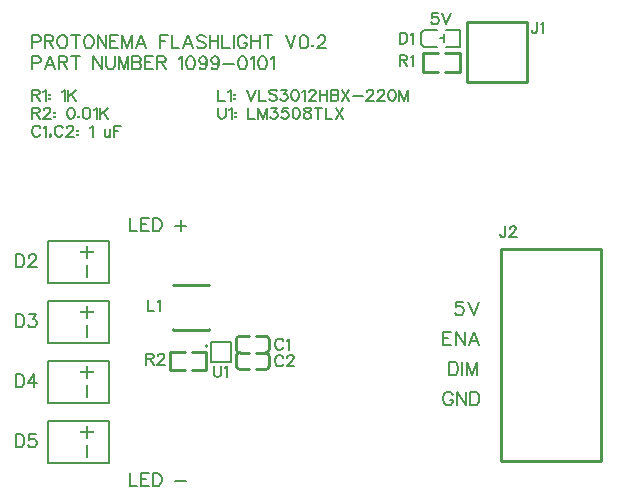
<source format=gto>
G04 Layer: TopSilkscreenLayer*
G04 Panelize: , Column: 2, Row: 2, Board Size: 58.42mm x 58.42mm, Panelized Board Size: 118.84mm x 118.84mm*
G04 EasyEDA v6.5.34, 2023-08-21 18:11:39*
G04 e033e4da8f4f40f2a2828097716e79b9,5a6b42c53f6a479593ecc07194224c93,10*
G04 Gerber Generator version 0.2*
G04 Scale: 100 percent, Rotated: No, Reflected: No *
G04 Dimensions in millimeters *
G04 leading zeros omitted , absolute positions ,4 integer and 5 decimal *
%FSLAX45Y45*%
%MOMM*%

%ADD10C,0.1524*%
%ADD11C,0.2540*%
%ADD12C,0.1500*%
%ADD13C,0.1270*%
%ADD14C,0.2000*%
%ADD15C,0.0181*%

%LPD*%
D10*
X2336800Y4990337D02*
G01*
X2336800Y4922265D01*
X2341372Y4908550D01*
X2350515Y4899405D01*
X2363977Y4894834D01*
X2373122Y4894834D01*
X2386838Y4899405D01*
X2395981Y4908550D01*
X2400554Y4922265D01*
X2400554Y4990337D01*
X2430525Y4972304D02*
G01*
X2439415Y4976876D01*
X2453131Y4990337D01*
X2453131Y4894834D01*
X2487675Y4949444D02*
G01*
X2483104Y4944871D01*
X2487675Y4940300D01*
X2492247Y4944871D01*
X2487675Y4949444D01*
X2487675Y4917694D02*
G01*
X2483104Y4913121D01*
X2487675Y4908550D01*
X2492247Y4913121D01*
X2487675Y4917694D01*
X2592324Y4990337D02*
G01*
X2592324Y4894834D01*
X2592324Y4894834D02*
G01*
X2646679Y4894834D01*
X2676906Y4990337D02*
G01*
X2676906Y4894834D01*
X2676906Y4990337D02*
G01*
X2713227Y4894834D01*
X2749550Y4990337D02*
G01*
X2713227Y4894834D01*
X2749550Y4990337D02*
G01*
X2749550Y4894834D01*
X2788665Y4990337D02*
G01*
X2838704Y4990337D01*
X2811272Y4954015D01*
X2824988Y4954015D01*
X2834131Y4949444D01*
X2838704Y4944871D01*
X2843275Y4931410D01*
X2843275Y4922265D01*
X2838704Y4908550D01*
X2829559Y4899405D01*
X2815843Y4894834D01*
X2802127Y4894834D01*
X2788665Y4899405D01*
X2784093Y4903978D01*
X2779522Y4913121D01*
X2927604Y4990337D02*
G01*
X2882138Y4990337D01*
X2877820Y4949444D01*
X2882138Y4954015D01*
X2895854Y4958587D01*
X2909570Y4958587D01*
X2923286Y4954015D01*
X2932175Y4944871D01*
X2936747Y4931410D01*
X2936747Y4922265D01*
X2932175Y4908550D01*
X2923286Y4899405D01*
X2909570Y4894834D01*
X2895854Y4894834D01*
X2882138Y4899405D01*
X2877820Y4903978D01*
X2873247Y4913121D01*
X2994152Y4990337D02*
G01*
X2980436Y4985765D01*
X2971291Y4972304D01*
X2966720Y4949444D01*
X2966720Y4935981D01*
X2971291Y4913121D01*
X2980436Y4899405D01*
X2994152Y4894834D01*
X3003041Y4894834D01*
X3016758Y4899405D01*
X3025902Y4913121D01*
X3030474Y4935981D01*
X3030474Y4949444D01*
X3025902Y4972304D01*
X3016758Y4985765D01*
X3003041Y4990337D01*
X2994152Y4990337D01*
X3083052Y4990337D02*
G01*
X3069590Y4985765D01*
X3065018Y4976876D01*
X3065018Y4967731D01*
X3069590Y4958587D01*
X3078734Y4954015D01*
X3096768Y4949444D01*
X3110484Y4944871D01*
X3119627Y4935981D01*
X3123945Y4926837D01*
X3123945Y4913121D01*
X3119627Y4903978D01*
X3115056Y4899405D01*
X3101340Y4894834D01*
X3083052Y4894834D01*
X3069590Y4899405D01*
X3065018Y4903978D01*
X3060445Y4913121D01*
X3060445Y4926837D01*
X3065018Y4935981D01*
X3074161Y4944871D01*
X3087624Y4949444D01*
X3105911Y4954015D01*
X3115056Y4958587D01*
X3119627Y4967731D01*
X3119627Y4976876D01*
X3115056Y4985765D01*
X3101340Y4990337D01*
X3083052Y4990337D01*
X3185922Y4990337D02*
G01*
X3185922Y4894834D01*
X3154172Y4990337D02*
G01*
X3217672Y4990337D01*
X3247643Y4990337D02*
G01*
X3247643Y4894834D01*
X3247643Y4894834D02*
G01*
X3302254Y4894834D01*
X3332225Y4990337D02*
G01*
X3395979Y4894834D01*
X3395979Y4990337D02*
G01*
X3332225Y4894834D01*
X2336800Y5142737D02*
G01*
X2336800Y5047234D01*
X2336800Y5047234D02*
G01*
X2391409Y5047234D01*
X2421381Y5124704D02*
G01*
X2430525Y5129276D01*
X2443988Y5142737D01*
X2443988Y5047234D01*
X2478531Y5101844D02*
G01*
X2473959Y5097271D01*
X2478531Y5092700D01*
X2483104Y5097271D01*
X2478531Y5101844D01*
X2478531Y5070094D02*
G01*
X2473959Y5065521D01*
X2478531Y5060950D01*
X2483104Y5065521D01*
X2478531Y5070094D01*
X2583179Y5142737D02*
G01*
X2619502Y5047234D01*
X2655824Y5142737D02*
G01*
X2619502Y5047234D01*
X2685795Y5142737D02*
G01*
X2685795Y5047234D01*
X2685795Y5047234D02*
G01*
X2740406Y5047234D01*
X2834131Y5129276D02*
G01*
X2824988Y5138165D01*
X2811272Y5142737D01*
X2793238Y5142737D01*
X2779522Y5138165D01*
X2770377Y5129276D01*
X2770377Y5120131D01*
X2774950Y5110987D01*
X2779522Y5106415D01*
X2788665Y5101844D01*
X2815843Y5092700D01*
X2824988Y5088381D01*
X2829559Y5083810D01*
X2834131Y5074665D01*
X2834131Y5060950D01*
X2824988Y5051805D01*
X2811272Y5047234D01*
X2793238Y5047234D01*
X2779522Y5051805D01*
X2770377Y5060950D01*
X2873247Y5142737D02*
G01*
X2923286Y5142737D01*
X2895854Y5106415D01*
X2909570Y5106415D01*
X2918713Y5101844D01*
X2923286Y5097271D01*
X2927604Y5083810D01*
X2927604Y5074665D01*
X2923286Y5060950D01*
X2914141Y5051805D01*
X2900425Y5047234D01*
X2886709Y5047234D01*
X2873247Y5051805D01*
X2868675Y5056378D01*
X2864104Y5065521D01*
X2985008Y5142737D02*
G01*
X2971291Y5138165D01*
X2962147Y5124704D01*
X2957829Y5101844D01*
X2957829Y5088381D01*
X2962147Y5065521D01*
X2971291Y5051805D01*
X2985008Y5047234D01*
X2994152Y5047234D01*
X3007613Y5051805D01*
X3016758Y5065521D01*
X3021329Y5088381D01*
X3021329Y5101844D01*
X3016758Y5124704D01*
X3007613Y5138165D01*
X2994152Y5142737D01*
X2985008Y5142737D01*
X3051302Y5124704D02*
G01*
X3060445Y5129276D01*
X3074161Y5142737D01*
X3074161Y5047234D01*
X3108706Y5120131D02*
G01*
X3108706Y5124704D01*
X3113277Y5133594D01*
X3117595Y5138165D01*
X3126740Y5142737D01*
X3145027Y5142737D01*
X3154172Y5138165D01*
X3158490Y5133594D01*
X3163061Y5124704D01*
X3163061Y5115560D01*
X3158490Y5106415D01*
X3149600Y5092700D01*
X3104134Y5047234D01*
X3167634Y5047234D01*
X3197606Y5142737D02*
G01*
X3197606Y5047234D01*
X3261359Y5142737D02*
G01*
X3261359Y5047234D01*
X3197606Y5097271D02*
G01*
X3261359Y5097271D01*
X3291331Y5142737D02*
G01*
X3291331Y5047234D01*
X3291331Y5142737D02*
G01*
X3332225Y5142737D01*
X3345941Y5138165D01*
X3350513Y5133594D01*
X3355086Y5124704D01*
X3355086Y5115560D01*
X3350513Y5106415D01*
X3345941Y5101844D01*
X3332225Y5097271D01*
X3291331Y5097271D02*
G01*
X3332225Y5097271D01*
X3345941Y5092700D01*
X3350513Y5088381D01*
X3355086Y5079237D01*
X3355086Y5065521D01*
X3350513Y5056378D01*
X3345941Y5051805D01*
X3332225Y5047234D01*
X3291331Y5047234D01*
X3385058Y5142737D02*
G01*
X3448558Y5047234D01*
X3448558Y5142737D02*
G01*
X3385058Y5047234D01*
X3478529Y5088381D02*
G01*
X3560318Y5088381D01*
X3594861Y5120131D02*
G01*
X3594861Y5124704D01*
X3599434Y5133594D01*
X3604006Y5138165D01*
X3613150Y5142737D01*
X3631438Y5142737D01*
X3640327Y5138165D01*
X3644900Y5133594D01*
X3649472Y5124704D01*
X3649472Y5115560D01*
X3644900Y5106415D01*
X3636009Y5092700D01*
X3590543Y5047234D01*
X3654043Y5047234D01*
X3688588Y5120131D02*
G01*
X3688588Y5124704D01*
X3693159Y5133594D01*
X3697731Y5138165D01*
X3706875Y5142737D01*
X3724909Y5142737D01*
X3734054Y5138165D01*
X3738625Y5133594D01*
X3743197Y5124704D01*
X3743197Y5115560D01*
X3738625Y5106415D01*
X3729481Y5092700D01*
X3684015Y5047234D01*
X3747770Y5047234D01*
X3804920Y5142737D02*
G01*
X3791458Y5138165D01*
X3782313Y5124704D01*
X3777741Y5101844D01*
X3777741Y5088381D01*
X3782313Y5065521D01*
X3791458Y5051805D01*
X3804920Y5047234D01*
X3814063Y5047234D01*
X3827779Y5051805D01*
X3836670Y5065521D01*
X3841241Y5088381D01*
X3841241Y5101844D01*
X3836670Y5124704D01*
X3827779Y5138165D01*
X3814063Y5142737D01*
X3804920Y5142737D01*
X3871468Y5142737D02*
G01*
X3871468Y5047234D01*
X3871468Y5142737D02*
G01*
X3907790Y5047234D01*
X3944111Y5142737D02*
G01*
X3907790Y5047234D01*
X3944111Y5142737D02*
G01*
X3944111Y5047234D01*
X830071Y4815331D02*
G01*
X825754Y4824476D01*
X816610Y4833365D01*
X807465Y4837937D01*
X789178Y4837937D01*
X780287Y4833365D01*
X771144Y4824476D01*
X766571Y4815331D01*
X762000Y4801615D01*
X762000Y4779010D01*
X766571Y4765294D01*
X771144Y4756150D01*
X780287Y4747005D01*
X789178Y4742434D01*
X807465Y4742434D01*
X816610Y4747005D01*
X825754Y4756150D01*
X830071Y4765294D01*
X860297Y4819904D02*
G01*
X869187Y4824476D01*
X882904Y4837937D01*
X882904Y4742434D01*
X922020Y4760721D02*
G01*
X917447Y4756150D01*
X912876Y4760721D01*
X917447Y4765294D01*
X922020Y4760721D01*
X922020Y4751578D01*
X912876Y4742434D01*
X1020063Y4815331D02*
G01*
X1015745Y4824476D01*
X1006602Y4833365D01*
X997457Y4837937D01*
X979170Y4837937D01*
X970279Y4833365D01*
X961136Y4824476D01*
X956563Y4815331D01*
X951992Y4801615D01*
X951992Y4779010D01*
X956563Y4765294D01*
X961136Y4756150D01*
X970279Y4747005D01*
X979170Y4742434D01*
X997457Y4742434D01*
X1006602Y4747005D01*
X1015745Y4756150D01*
X1020063Y4765294D01*
X1054607Y4815331D02*
G01*
X1054607Y4819904D01*
X1059179Y4828794D01*
X1063752Y4833365D01*
X1072895Y4837937D01*
X1091184Y4837937D01*
X1100073Y4833365D01*
X1104645Y4828794D01*
X1109218Y4819904D01*
X1109218Y4810760D01*
X1104645Y4801615D01*
X1095755Y4787900D01*
X1050289Y4742434D01*
X1113789Y4742434D01*
X1148334Y4797044D02*
G01*
X1143762Y4792471D01*
X1148334Y4787900D01*
X1152905Y4792471D01*
X1148334Y4797044D01*
X1148334Y4765294D02*
G01*
X1143762Y4760721D01*
X1148334Y4756150D01*
X1152905Y4760721D01*
X1148334Y4765294D01*
X1252981Y4819904D02*
G01*
X1262126Y4824476D01*
X1275587Y4837937D01*
X1275587Y4742434D01*
X1375663Y4806187D02*
G01*
X1375663Y4760721D01*
X1380236Y4747005D01*
X1389379Y4742434D01*
X1402842Y4742434D01*
X1411986Y4747005D01*
X1425702Y4760721D01*
X1425702Y4806187D02*
G01*
X1425702Y4742434D01*
X1455673Y4837937D02*
G01*
X1455673Y4742434D01*
X1455673Y4837937D02*
G01*
X1514602Y4837937D01*
X1455673Y4792471D02*
G01*
X1491995Y4792471D01*
X762000Y4990337D02*
G01*
X762000Y4894834D01*
X762000Y4990337D02*
G01*
X802894Y4990337D01*
X816610Y4985765D01*
X821181Y4981194D01*
X825754Y4972304D01*
X825754Y4963160D01*
X821181Y4954015D01*
X816610Y4949444D01*
X802894Y4944871D01*
X762000Y4944871D01*
X793750Y4944871D02*
G01*
X825754Y4894834D01*
X860297Y4967731D02*
G01*
X860297Y4972304D01*
X864615Y4981194D01*
X869187Y4985765D01*
X878331Y4990337D01*
X896620Y4990337D01*
X905510Y4985765D01*
X910081Y4981194D01*
X914654Y4972304D01*
X914654Y4963160D01*
X910081Y4954015D01*
X901192Y4940300D01*
X855726Y4894834D01*
X919226Y4894834D01*
X953770Y4949444D02*
G01*
X949197Y4944871D01*
X953770Y4940300D01*
X958342Y4944871D01*
X953770Y4949444D01*
X953770Y4917694D02*
G01*
X949197Y4913121D01*
X953770Y4908550D01*
X958342Y4913121D01*
X953770Y4917694D01*
X1085595Y4990337D02*
G01*
X1071879Y4985765D01*
X1062989Y4972304D01*
X1058418Y4949444D01*
X1058418Y4935981D01*
X1062989Y4913121D01*
X1071879Y4899405D01*
X1085595Y4894834D01*
X1094739Y4894834D01*
X1108455Y4899405D01*
X1117345Y4913121D01*
X1121918Y4935981D01*
X1121918Y4949444D01*
X1117345Y4972304D01*
X1108455Y4985765D01*
X1094739Y4990337D01*
X1085595Y4990337D01*
X1156462Y4917694D02*
G01*
X1151889Y4913121D01*
X1156462Y4908550D01*
X1161034Y4913121D01*
X1156462Y4917694D01*
X1218437Y4990337D02*
G01*
X1204721Y4985765D01*
X1195578Y4972304D01*
X1191005Y4949444D01*
X1191005Y4935981D01*
X1195578Y4913121D01*
X1204721Y4899405D01*
X1218437Y4894834D01*
X1227328Y4894834D01*
X1241044Y4899405D01*
X1250187Y4913121D01*
X1254760Y4935981D01*
X1254760Y4949444D01*
X1250187Y4972304D01*
X1241044Y4985765D01*
X1227328Y4990337D01*
X1218437Y4990337D01*
X1284731Y4972304D02*
G01*
X1293876Y4976876D01*
X1307337Y4990337D01*
X1307337Y4894834D01*
X1337563Y4990337D02*
G01*
X1337563Y4894834D01*
X1401063Y4990337D02*
G01*
X1337563Y4926837D01*
X1360170Y4949444D02*
G01*
X1401063Y4894834D01*
X762000Y5142737D02*
G01*
X762000Y5047234D01*
X762000Y5142737D02*
G01*
X802894Y5142737D01*
X816610Y5138165D01*
X821181Y5133594D01*
X825754Y5124704D01*
X825754Y5115560D01*
X821181Y5106415D01*
X816610Y5101844D01*
X802894Y5097271D01*
X762000Y5097271D01*
X793750Y5097271D02*
G01*
X825754Y5047234D01*
X855726Y5124704D02*
G01*
X864615Y5129276D01*
X878331Y5142737D01*
X878331Y5047234D01*
X912876Y5101844D02*
G01*
X908304Y5097271D01*
X912876Y5092700D01*
X917447Y5097271D01*
X912876Y5101844D01*
X912876Y5070094D02*
G01*
X908304Y5065521D01*
X912876Y5060950D01*
X917447Y5065521D01*
X912876Y5070094D01*
X1017523Y5124704D02*
G01*
X1026668Y5129276D01*
X1040129Y5142737D01*
X1040129Y5047234D01*
X1070102Y5142737D02*
G01*
X1070102Y5047234D01*
X1133855Y5142737D02*
G01*
X1070102Y5079237D01*
X1092962Y5101844D02*
G01*
X1133855Y5047234D01*
X4292592Y2838952D02*
G01*
X4292592Y2724398D01*
X4292592Y2838952D02*
G01*
X4330692Y2838952D01*
X4347202Y2833364D01*
X4358124Y2822442D01*
X4363458Y2811520D01*
X4369046Y2795264D01*
X4369046Y2768086D01*
X4363458Y2751576D01*
X4358124Y2740654D01*
X4347202Y2729732D01*
X4330692Y2724398D01*
X4292592Y2724398D01*
X4404860Y2838952D02*
G01*
X4404860Y2724398D01*
X4440928Y2838952D02*
G01*
X4440928Y2724398D01*
X4440928Y2838952D02*
G01*
X4484616Y2724398D01*
X4528304Y2838952D02*
G01*
X4484616Y2724398D01*
X4528304Y2838952D02*
G01*
X4528304Y2724398D01*
X4241800Y3092957D02*
G01*
X4241800Y2978404D01*
X4241800Y3092957D02*
G01*
X4312665Y3092957D01*
X4241800Y3038347D02*
G01*
X4285488Y3038347D01*
X4241800Y2978404D02*
G01*
X4312665Y2978404D01*
X4348734Y3092957D02*
G01*
X4348734Y2978404D01*
X4348734Y3092957D02*
G01*
X4425188Y2978404D01*
X4425188Y3092957D02*
G01*
X4425188Y2978404D01*
X4504690Y3092957D02*
G01*
X4461002Y2978404D01*
X4504690Y3092957D02*
G01*
X4548377Y2978404D01*
X4477511Y3016504D02*
G01*
X4531868Y3016504D01*
X4323580Y2557520D02*
G01*
X4318246Y2568442D01*
X4307324Y2579364D01*
X4296402Y2584952D01*
X4274558Y2584952D01*
X4263636Y2579364D01*
X4252714Y2568442D01*
X4247126Y2557520D01*
X4241792Y2541264D01*
X4241792Y2514086D01*
X4247126Y2497576D01*
X4252714Y2486654D01*
X4263636Y2475732D01*
X4274558Y2470398D01*
X4296402Y2470398D01*
X4307324Y2475732D01*
X4318246Y2486654D01*
X4323580Y2497576D01*
X4323580Y2514086D01*
X4296402Y2514086D02*
G01*
X4323580Y2514086D01*
X4359648Y2584952D02*
G01*
X4359648Y2470398D01*
X4359648Y2584952D02*
G01*
X4435848Y2470398D01*
X4435848Y2584952D02*
G01*
X4435848Y2470398D01*
X4471916Y2584952D02*
G01*
X4471916Y2470398D01*
X4471916Y2584952D02*
G01*
X4510270Y2584952D01*
X4526526Y2579364D01*
X4537448Y2568442D01*
X4542782Y2557520D01*
X4548370Y2541264D01*
X4548370Y2514086D01*
X4542782Y2497576D01*
X4537448Y2486654D01*
X4526526Y2475732D01*
X4510270Y2470398D01*
X4471916Y2470398D01*
X4408924Y3346950D02*
G01*
X4354314Y3346950D01*
X4348726Y3297674D01*
X4354314Y3303262D01*
X4370570Y3308596D01*
X4387080Y3308596D01*
X4403336Y3303262D01*
X4414258Y3292340D01*
X4419846Y3276084D01*
X4419846Y3265162D01*
X4414258Y3248652D01*
X4403336Y3237730D01*
X4387080Y3232396D01*
X4370570Y3232396D01*
X4354314Y3237730D01*
X4348726Y3243318D01*
X4343392Y3254240D01*
X4455660Y3346950D02*
G01*
X4499348Y3232396D01*
X4543036Y3346950D02*
G01*
X4499348Y3232396D01*
X4769865Y3987037D02*
G01*
X4769865Y3914394D01*
X4765293Y3900678D01*
X4760722Y3896105D01*
X4751577Y3891534D01*
X4742688Y3891534D01*
X4733543Y3896105D01*
X4728972Y3900678D01*
X4724400Y3914394D01*
X4724400Y3923537D01*
X4804409Y3964431D02*
G01*
X4804409Y3969004D01*
X4808981Y3977894D01*
X4813554Y3982465D01*
X4822697Y3987037D01*
X4840731Y3987037D01*
X4849875Y3982465D01*
X4854447Y3977894D01*
X4859020Y3969004D01*
X4859020Y3959860D01*
X4854447Y3950715D01*
X4845304Y3937000D01*
X4799838Y3891534D01*
X4863591Y3891534D01*
X4194797Y5790427D02*
G01*
X4149331Y5790427D01*
X4144759Y5749533D01*
X4149331Y5754105D01*
X4162793Y5758677D01*
X4176509Y5758677D01*
X4190225Y5754105D01*
X4199369Y5744961D01*
X4203941Y5731499D01*
X4203941Y5722355D01*
X4199369Y5708639D01*
X4190225Y5699495D01*
X4176509Y5694923D01*
X4162793Y5694923D01*
X4149331Y5699495D01*
X4144759Y5704067D01*
X4140187Y5713211D01*
X4233913Y5790427D02*
G01*
X4270235Y5694923D01*
X4306557Y5790427D02*
G01*
X4270235Y5694923D01*
X5036565Y5714237D02*
G01*
X5036565Y5641594D01*
X5031993Y5627878D01*
X5027422Y5623305D01*
X5018277Y5618734D01*
X5009388Y5618734D01*
X5000243Y5623305D01*
X4995672Y5627878D01*
X4991100Y5641594D01*
X4991100Y5650737D01*
X5066538Y5696204D02*
G01*
X5075681Y5700776D01*
X5089397Y5714237D01*
X5089397Y5618734D01*
X762000Y5601715D02*
G01*
X762000Y5492750D01*
X762000Y5601715D02*
G01*
X808736Y5601715D01*
X824229Y5596636D01*
X829563Y5591302D01*
X834644Y5580887D01*
X834644Y5565394D01*
X829563Y5554979D01*
X824229Y5549900D01*
X808736Y5544565D01*
X762000Y5544565D01*
X868934Y5601715D02*
G01*
X868934Y5492750D01*
X868934Y5601715D02*
G01*
X915670Y5601715D01*
X931418Y5596636D01*
X936497Y5591302D01*
X941831Y5580887D01*
X941831Y5570473D01*
X936497Y5560060D01*
X931418Y5554979D01*
X915670Y5549900D01*
X868934Y5549900D01*
X905510Y5549900D02*
G01*
X941831Y5492750D01*
X1007110Y5601715D02*
G01*
X996950Y5596636D01*
X986536Y5586221D01*
X981202Y5575807D01*
X976121Y5560060D01*
X976121Y5534152D01*
X981202Y5518657D01*
X986536Y5508244D01*
X996950Y5497829D01*
X1007110Y5492750D01*
X1027937Y5492750D01*
X1038352Y5497829D01*
X1048765Y5508244D01*
X1054100Y5518657D01*
X1059179Y5534152D01*
X1059179Y5560060D01*
X1054100Y5575807D01*
X1048765Y5586221D01*
X1038352Y5596636D01*
X1027937Y5601715D01*
X1007110Y5601715D01*
X1129792Y5601715D02*
G01*
X1129792Y5492750D01*
X1093470Y5601715D02*
G01*
X1166113Y5601715D01*
X1231645Y5601715D02*
G01*
X1221231Y5596636D01*
X1210818Y5586221D01*
X1205737Y5575807D01*
X1200404Y5560060D01*
X1200404Y5534152D01*
X1205737Y5518657D01*
X1210818Y5508244D01*
X1221231Y5497829D01*
X1231645Y5492750D01*
X1252473Y5492750D01*
X1262887Y5497829D01*
X1273302Y5508244D01*
X1278381Y5518657D01*
X1283715Y5534152D01*
X1283715Y5560060D01*
X1278381Y5575807D01*
X1273302Y5586221D01*
X1262887Y5596636D01*
X1252473Y5601715D01*
X1231645Y5601715D01*
X1318005Y5601715D02*
G01*
X1318005Y5492750D01*
X1318005Y5601715D02*
G01*
X1390650Y5492750D01*
X1390650Y5601715D02*
G01*
X1390650Y5492750D01*
X1424939Y5601715D02*
G01*
X1424939Y5492750D01*
X1424939Y5601715D02*
G01*
X1492504Y5601715D01*
X1424939Y5549900D02*
G01*
X1466595Y5549900D01*
X1424939Y5492750D02*
G01*
X1492504Y5492750D01*
X1526794Y5601715D02*
G01*
X1526794Y5492750D01*
X1526794Y5601715D02*
G01*
X1568450Y5492750D01*
X1609852Y5601715D02*
G01*
X1568450Y5492750D01*
X1609852Y5601715D02*
G01*
X1609852Y5492750D01*
X1685797Y5601715D02*
G01*
X1644142Y5492750D01*
X1685797Y5601715D02*
G01*
X1727200Y5492750D01*
X1659889Y5529071D02*
G01*
X1711705Y5529071D01*
X1841500Y5601715D02*
G01*
X1841500Y5492750D01*
X1841500Y5601715D02*
G01*
X1909063Y5601715D01*
X1841500Y5549900D02*
G01*
X1883155Y5549900D01*
X1943354Y5601715D02*
G01*
X1943354Y5492750D01*
X1943354Y5492750D02*
G01*
X2005838Y5492750D01*
X2081529Y5601715D02*
G01*
X2040127Y5492750D01*
X2081529Y5601715D02*
G01*
X2123186Y5492750D01*
X2055622Y5529071D02*
G01*
X2107691Y5529071D01*
X2230120Y5586221D02*
G01*
X2219959Y5596636D01*
X2204211Y5601715D01*
X2183384Y5601715D01*
X2167890Y5596636D01*
X2157475Y5586221D01*
X2157475Y5575807D01*
X2162809Y5565394D01*
X2167890Y5560060D01*
X2178304Y5554979D01*
X2209545Y5544565D01*
X2219959Y5539486D01*
X2225040Y5534152D01*
X2230120Y5523737D01*
X2230120Y5508244D01*
X2219959Y5497829D01*
X2204211Y5492750D01*
X2183384Y5492750D01*
X2167890Y5497829D01*
X2157475Y5508244D01*
X2264409Y5601715D02*
G01*
X2264409Y5492750D01*
X2337308Y5601715D02*
G01*
X2337308Y5492750D01*
X2264409Y5549900D02*
G01*
X2337308Y5549900D01*
X2371597Y5601715D02*
G01*
X2371597Y5492750D01*
X2371597Y5492750D02*
G01*
X2433827Y5492750D01*
X2468118Y5601715D02*
G01*
X2468118Y5492750D01*
X2580386Y5575807D02*
G01*
X2575306Y5586221D01*
X2564891Y5596636D01*
X2554477Y5601715D01*
X2533650Y5601715D01*
X2523236Y5596636D01*
X2512822Y5586221D01*
X2507741Y5575807D01*
X2502408Y5560060D01*
X2502408Y5534152D01*
X2507741Y5518657D01*
X2512822Y5508244D01*
X2523236Y5497829D01*
X2533650Y5492750D01*
X2554477Y5492750D01*
X2564891Y5497829D01*
X2575306Y5508244D01*
X2580386Y5518657D01*
X2580386Y5534152D01*
X2554477Y5534152D02*
G01*
X2580386Y5534152D01*
X2614675Y5601715D02*
G01*
X2614675Y5492750D01*
X2687320Y5601715D02*
G01*
X2687320Y5492750D01*
X2614675Y5549900D02*
G01*
X2687320Y5549900D01*
X2758186Y5601715D02*
G01*
X2758186Y5492750D01*
X2721609Y5601715D02*
G01*
X2794508Y5601715D01*
X2908808Y5601715D02*
G01*
X2950209Y5492750D01*
X2991865Y5601715D02*
G01*
X2950209Y5492750D01*
X3057397Y5601715D02*
G01*
X3041650Y5596636D01*
X3031490Y5580887D01*
X3026156Y5554979D01*
X3026156Y5539486D01*
X3031490Y5513323D01*
X3041650Y5497829D01*
X3057397Y5492750D01*
X3067811Y5492750D01*
X3083306Y5497829D01*
X3093720Y5513323D01*
X3098800Y5539486D01*
X3098800Y5554979D01*
X3093720Y5580887D01*
X3083306Y5596636D01*
X3067811Y5601715D01*
X3057397Y5601715D01*
X3138424Y5518657D02*
G01*
X3133090Y5513323D01*
X3138424Y5508244D01*
X3143504Y5513323D01*
X3138424Y5518657D01*
X3183127Y5575807D02*
G01*
X3183127Y5580887D01*
X3188208Y5591302D01*
X3193541Y5596636D01*
X3203956Y5601715D01*
X3224529Y5601715D01*
X3234943Y5596636D01*
X3240277Y5591302D01*
X3245358Y5580887D01*
X3245358Y5570473D01*
X3240277Y5560060D01*
X3229863Y5544565D01*
X3177793Y5492750D01*
X3250691Y5492750D01*
X762000Y5423915D02*
G01*
X762000Y5314950D01*
X762000Y5423915D02*
G01*
X808736Y5423915D01*
X824229Y5418836D01*
X829563Y5413502D01*
X834644Y5403087D01*
X834644Y5387594D01*
X829563Y5377179D01*
X824229Y5372100D01*
X808736Y5366765D01*
X762000Y5366765D01*
X910589Y5423915D02*
G01*
X868934Y5314950D01*
X910589Y5423915D02*
G01*
X952245Y5314950D01*
X884681Y5351271D02*
G01*
X936497Y5351271D01*
X986536Y5423915D02*
G01*
X986536Y5314950D01*
X986536Y5423915D02*
G01*
X1033271Y5423915D01*
X1048765Y5418836D01*
X1054100Y5413502D01*
X1059179Y5403087D01*
X1059179Y5392673D01*
X1054100Y5382260D01*
X1048765Y5377179D01*
X1033271Y5372100D01*
X986536Y5372100D01*
X1022857Y5372100D02*
G01*
X1059179Y5314950D01*
X1129792Y5423915D02*
G01*
X1129792Y5314950D01*
X1093470Y5423915D02*
G01*
X1166113Y5423915D01*
X1280413Y5423915D02*
G01*
X1280413Y5314950D01*
X1280413Y5423915D02*
G01*
X1353312Y5314950D01*
X1353312Y5423915D02*
G01*
X1353312Y5314950D01*
X1387602Y5423915D02*
G01*
X1387602Y5345937D01*
X1392681Y5330444D01*
X1403095Y5320029D01*
X1418589Y5314950D01*
X1429004Y5314950D01*
X1444752Y5320029D01*
X1455165Y5330444D01*
X1460245Y5345937D01*
X1460245Y5423915D01*
X1494536Y5423915D02*
G01*
X1494536Y5314950D01*
X1494536Y5423915D02*
G01*
X1536192Y5314950D01*
X1577594Y5423915D02*
G01*
X1536192Y5314950D01*
X1577594Y5423915D02*
G01*
X1577594Y5314950D01*
X1611884Y5423915D02*
G01*
X1611884Y5314950D01*
X1611884Y5423915D02*
G01*
X1658620Y5423915D01*
X1674368Y5418836D01*
X1679447Y5413502D01*
X1684781Y5403087D01*
X1684781Y5392673D01*
X1679447Y5382260D01*
X1674368Y5377179D01*
X1658620Y5372100D01*
X1611884Y5372100D02*
G01*
X1658620Y5372100D01*
X1674368Y5366765D01*
X1679447Y5361686D01*
X1684781Y5351271D01*
X1684781Y5335523D01*
X1679447Y5325110D01*
X1674368Y5320029D01*
X1658620Y5314950D01*
X1611884Y5314950D01*
X1719071Y5423915D02*
G01*
X1719071Y5314950D01*
X1719071Y5423915D02*
G01*
X1786636Y5423915D01*
X1719071Y5372100D02*
G01*
X1760473Y5372100D01*
X1719071Y5314950D02*
G01*
X1786636Y5314950D01*
X1820926Y5423915D02*
G01*
X1820926Y5314950D01*
X1820926Y5423915D02*
G01*
X1867662Y5423915D01*
X1883155Y5418836D01*
X1888489Y5413502D01*
X1893570Y5403087D01*
X1893570Y5392673D01*
X1888489Y5382260D01*
X1883155Y5377179D01*
X1867662Y5372100D01*
X1820926Y5372100D01*
X1857247Y5372100D02*
G01*
X1893570Y5314950D01*
X2007870Y5403087D02*
G01*
X2018284Y5408421D01*
X2033777Y5423915D01*
X2033777Y5314950D01*
X2099309Y5423915D02*
G01*
X2083815Y5418836D01*
X2073402Y5403087D01*
X2068068Y5377179D01*
X2068068Y5361686D01*
X2073402Y5335523D01*
X2083815Y5320029D01*
X2099309Y5314950D01*
X2109724Y5314950D01*
X2125218Y5320029D01*
X2135631Y5335523D01*
X2140965Y5361686D01*
X2140965Y5377179D01*
X2135631Y5403087D01*
X2125218Y5418836D01*
X2109724Y5423915D01*
X2099309Y5423915D01*
X2242820Y5387594D02*
G01*
X2237486Y5372100D01*
X2227072Y5361686D01*
X2211577Y5356352D01*
X2206243Y5356352D01*
X2190750Y5361686D01*
X2180336Y5372100D01*
X2175256Y5387594D01*
X2175256Y5392673D01*
X2180336Y5408421D01*
X2190750Y5418836D01*
X2206243Y5423915D01*
X2211577Y5423915D01*
X2227072Y5418836D01*
X2237486Y5408421D01*
X2242820Y5387594D01*
X2242820Y5361686D01*
X2237486Y5335523D01*
X2227072Y5320029D01*
X2211577Y5314950D01*
X2201163Y5314950D01*
X2185670Y5320029D01*
X2180336Y5330444D01*
X2344420Y5387594D02*
G01*
X2339340Y5372100D01*
X2328925Y5361686D01*
X2313431Y5356352D01*
X2308097Y5356352D01*
X2292604Y5361686D01*
X2282190Y5372100D01*
X2277109Y5387594D01*
X2277109Y5392673D01*
X2282190Y5408421D01*
X2292604Y5418836D01*
X2308097Y5423915D01*
X2313431Y5423915D01*
X2328925Y5418836D01*
X2339340Y5408421D01*
X2344420Y5387594D01*
X2344420Y5361686D01*
X2339340Y5335523D01*
X2328925Y5320029D01*
X2313431Y5314950D01*
X2303018Y5314950D01*
X2287270Y5320029D01*
X2282190Y5330444D01*
X2378709Y5361686D02*
G01*
X2472436Y5361686D01*
X2537713Y5423915D02*
G01*
X2522220Y5418836D01*
X2511806Y5403087D01*
X2506725Y5377179D01*
X2506725Y5361686D01*
X2511806Y5335523D01*
X2522220Y5320029D01*
X2537713Y5314950D01*
X2548127Y5314950D01*
X2563875Y5320029D01*
X2574290Y5335523D01*
X2579370Y5361686D01*
X2579370Y5377179D01*
X2574290Y5403087D01*
X2563875Y5418836D01*
X2548127Y5423915D01*
X2537713Y5423915D01*
X2613659Y5403087D02*
G01*
X2624074Y5408421D01*
X2639568Y5423915D01*
X2639568Y5314950D01*
X2705100Y5423915D02*
G01*
X2689606Y5418836D01*
X2679191Y5403087D01*
X2673858Y5377179D01*
X2673858Y5361686D01*
X2679191Y5335523D01*
X2689606Y5320029D01*
X2705100Y5314950D01*
X2715513Y5314950D01*
X2731008Y5320029D01*
X2741422Y5335523D01*
X2746756Y5361686D01*
X2746756Y5377179D01*
X2741422Y5403087D01*
X2731008Y5418836D01*
X2715513Y5423915D01*
X2705100Y5423915D01*
X2781045Y5403087D02*
G01*
X2791459Y5408421D01*
X2806954Y5423915D01*
X2806954Y5314950D01*
X1587500Y4052315D02*
G01*
X1587500Y3943350D01*
X1587500Y3943350D02*
G01*
X1649729Y3943350D01*
X1684020Y4052315D02*
G01*
X1684020Y3943350D01*
X1684020Y4052315D02*
G01*
X1751584Y4052315D01*
X1684020Y4000500D02*
G01*
X1725676Y4000500D01*
X1684020Y3943350D02*
G01*
X1751584Y3943350D01*
X1785873Y4052315D02*
G01*
X1785873Y3943350D01*
X1785873Y4052315D02*
G01*
X1822450Y4052315D01*
X1837944Y4047236D01*
X1848357Y4036821D01*
X1853437Y4026407D01*
X1858771Y4010660D01*
X1858771Y3984752D01*
X1853437Y3969257D01*
X1848357Y3958844D01*
X1837944Y3948429D01*
X1822450Y3943350D01*
X1785873Y3943350D01*
X2019808Y4036821D02*
G01*
X2019808Y3943350D01*
X1973072Y3990086D02*
G01*
X2066543Y3990086D01*
X1587500Y1893315D02*
G01*
X1587500Y1784350D01*
X1587500Y1784350D02*
G01*
X1649729Y1784350D01*
X1684020Y1893315D02*
G01*
X1684020Y1784350D01*
X1684020Y1893315D02*
G01*
X1751584Y1893315D01*
X1684020Y1841500D02*
G01*
X1725676Y1841500D01*
X1684020Y1784350D02*
G01*
X1751584Y1784350D01*
X1785873Y1893315D02*
G01*
X1785873Y1784350D01*
X1785873Y1893315D02*
G01*
X1822450Y1893315D01*
X1837944Y1888236D01*
X1848357Y1877821D01*
X1853437Y1867407D01*
X1858771Y1851660D01*
X1858771Y1825752D01*
X1853437Y1810257D01*
X1848357Y1799844D01*
X1837944Y1789429D01*
X1822450Y1784350D01*
X1785873Y1784350D01*
X1973072Y1831086D02*
G01*
X2066543Y1831086D01*
X3873500Y5434837D02*
G01*
X3873500Y5339334D01*
X3873500Y5434837D02*
G01*
X3914393Y5434837D01*
X3928109Y5430265D01*
X3932681Y5425694D01*
X3937254Y5416804D01*
X3937254Y5407660D01*
X3932681Y5398515D01*
X3928109Y5393944D01*
X3914393Y5389371D01*
X3873500Y5389371D01*
X3905250Y5389371D02*
G01*
X3937254Y5339334D01*
X3967225Y5416804D02*
G01*
X3976115Y5421376D01*
X3989831Y5434837D01*
X3989831Y5339334D01*
X3873500Y5625337D02*
G01*
X3873500Y5529834D01*
X3873500Y5625337D02*
G01*
X3905250Y5625337D01*
X3918965Y5620765D01*
X3928109Y5611876D01*
X3932681Y5602731D01*
X3937254Y5589015D01*
X3937254Y5566410D01*
X3932681Y5552694D01*
X3928109Y5543550D01*
X3918965Y5534405D01*
X3905250Y5529834D01*
X3873500Y5529834D01*
X3967225Y5607304D02*
G01*
X3976115Y5611876D01*
X3989831Y5625337D01*
X3989831Y5529834D01*
X1727202Y2907540D02*
G01*
X1727202Y2812036D01*
X1727202Y2907540D02*
G01*
X1768099Y2907540D01*
X1781815Y2902968D01*
X1786384Y2898396D01*
X1790959Y2889506D01*
X1790959Y2880362D01*
X1786384Y2871218D01*
X1781815Y2866646D01*
X1768099Y2862074D01*
X1727202Y2862074D01*
X1758952Y2862074D02*
G01*
X1790959Y2812036D01*
X1825500Y2884934D02*
G01*
X1825500Y2889506D01*
X1829818Y2898396D01*
X1834393Y2902968D01*
X1843534Y2907540D01*
X1861825Y2907540D01*
X1870715Y2902968D01*
X1875284Y2898396D01*
X1879859Y2889506D01*
X1879859Y2880362D01*
X1875284Y2871218D01*
X1866394Y2857502D01*
X1820931Y2812036D01*
X1884431Y2812036D01*
X2887472Y3011934D02*
G01*
X2883154Y3021078D01*
X2874009Y3029968D01*
X2864865Y3034540D01*
X2846577Y3034540D01*
X2837688Y3029968D01*
X2828543Y3021078D01*
X2823972Y3011934D01*
X2819400Y2998218D01*
X2819400Y2975612D01*
X2823972Y2961896D01*
X2828543Y2952752D01*
X2837688Y2943608D01*
X2846577Y2939036D01*
X2864865Y2939036D01*
X2874009Y2943608D01*
X2883154Y2952752D01*
X2887472Y2961896D01*
X2917697Y3016506D02*
G01*
X2926588Y3021078D01*
X2940304Y3034540D01*
X2940304Y2939036D01*
X2887459Y2872219D02*
G01*
X2883141Y2881363D01*
X2873997Y2890253D01*
X2864853Y2894825D01*
X2846565Y2894825D01*
X2837675Y2890253D01*
X2828531Y2881363D01*
X2823959Y2872219D01*
X2819387Y2858503D01*
X2819387Y2835897D01*
X2823959Y2822181D01*
X2828531Y2813037D01*
X2837675Y2803893D01*
X2846565Y2799321D01*
X2864853Y2799321D01*
X2873997Y2803893D01*
X2883141Y2813037D01*
X2887459Y2822181D01*
X2922003Y2872219D02*
G01*
X2922003Y2876791D01*
X2926575Y2885681D01*
X2931147Y2890253D01*
X2940291Y2894825D01*
X2958579Y2894825D01*
X2967469Y2890253D01*
X2972041Y2885681D01*
X2976613Y2876791D01*
X2976613Y2867647D01*
X2972041Y2858503D01*
X2962897Y2844787D01*
X2917685Y2799321D01*
X2981185Y2799321D01*
X622320Y2222718D02*
G01*
X622320Y2113752D01*
X622320Y2222718D02*
G01*
X658642Y2222718D01*
X674390Y2217638D01*
X684550Y2207224D01*
X689884Y2196810D01*
X694964Y2181062D01*
X694964Y2155154D01*
X689884Y2139660D01*
X684550Y2129246D01*
X674390Y2118832D01*
X658642Y2113752D01*
X622320Y2113752D01*
X791738Y2222718D02*
G01*
X739668Y2222718D01*
X734588Y2175982D01*
X739668Y2181062D01*
X755416Y2186396D01*
X770910Y2186396D01*
X786404Y2181062D01*
X796818Y2170902D01*
X802152Y2155154D01*
X802152Y2144740D01*
X796818Y2129246D01*
X786404Y2118832D01*
X770910Y2113752D01*
X755416Y2113752D01*
X739668Y2118832D01*
X734588Y2123912D01*
X729254Y2134326D01*
X622322Y2730715D02*
G01*
X622322Y2621749D01*
X622322Y2730715D02*
G01*
X658644Y2730715D01*
X674138Y2725635D01*
X684552Y2715221D01*
X689886Y2704807D01*
X694966Y2689059D01*
X694966Y2663151D01*
X689886Y2647657D01*
X684552Y2637243D01*
X674138Y2626829D01*
X658644Y2621749D01*
X622322Y2621749D01*
X781326Y2730715D02*
G01*
X729256Y2658071D01*
X807234Y2658071D01*
X781326Y2730715D02*
G01*
X781326Y2621749D01*
X622320Y3238718D02*
G01*
X622320Y3129752D01*
X622320Y3238718D02*
G01*
X658642Y3238718D01*
X674390Y3233638D01*
X684550Y3223224D01*
X689884Y3212810D01*
X694964Y3197062D01*
X694964Y3171154D01*
X689884Y3155660D01*
X684550Y3145246D01*
X674390Y3134832D01*
X658642Y3129752D01*
X622320Y3129752D01*
X739668Y3238718D02*
G01*
X796818Y3238718D01*
X765830Y3197062D01*
X781324Y3197062D01*
X791738Y3191982D01*
X796818Y3186902D01*
X802152Y3171154D01*
X802152Y3160740D01*
X796818Y3145246D01*
X786404Y3134832D01*
X770910Y3129752D01*
X755416Y3129752D01*
X739668Y3134832D01*
X734588Y3139912D01*
X729254Y3150326D01*
X2298712Y2805925D02*
G01*
X2298712Y2737853D01*
X2303284Y2724137D01*
X2312428Y2714993D01*
X2325890Y2710675D01*
X2335034Y2710675D01*
X2348750Y2714993D01*
X2357894Y2724137D01*
X2362212Y2737853D01*
X2362212Y2805925D01*
X2392438Y2787891D02*
G01*
X2401328Y2792463D01*
X2415044Y2805925D01*
X2415044Y2710675D01*
X622322Y3746713D02*
G01*
X622322Y3637747D01*
X622322Y3746713D02*
G01*
X658644Y3746713D01*
X674138Y3741633D01*
X684552Y3731219D01*
X689886Y3720805D01*
X694966Y3705057D01*
X694966Y3679149D01*
X689886Y3663655D01*
X684552Y3653241D01*
X674138Y3642827D01*
X658644Y3637747D01*
X622322Y3637747D01*
X734590Y3720805D02*
G01*
X734590Y3725885D01*
X739670Y3736299D01*
X745004Y3741633D01*
X755418Y3746713D01*
X775992Y3746713D01*
X786406Y3741633D01*
X791740Y3736299D01*
X796820Y3725885D01*
X796820Y3715471D01*
X791740Y3705057D01*
X781326Y3689563D01*
X729256Y3637747D01*
X802154Y3637747D01*
X1740903Y3363178D02*
G01*
X1740903Y3267674D01*
X1740903Y3267674D02*
G01*
X1795513Y3267674D01*
X1825485Y3345144D02*
G01*
X1834629Y3349462D01*
X1848091Y3363178D01*
X1848091Y3267674D01*
G36*
X1219200Y2130399D02*
G01*
X1219200Y2019300D01*
X1231900Y2019300D01*
X1231900Y2130399D01*
G37*
G36*
X1219200Y2295499D02*
G01*
X1219200Y2184400D01*
X1231900Y2184400D01*
X1231900Y2295499D01*
G37*
G36*
X1171549Y2247900D02*
G01*
X1171549Y2235200D01*
X1282700Y2235200D01*
X1282700Y2247900D01*
G37*
G36*
X1219200Y2638399D02*
G01*
X1219200Y2527300D01*
X1231900Y2527300D01*
X1231900Y2638399D01*
G37*
G36*
X1219200Y2803499D02*
G01*
X1219200Y2692400D01*
X1231900Y2692400D01*
X1231900Y2803499D01*
G37*
G36*
X1171549Y2755900D02*
G01*
X1171549Y2743200D01*
X1282700Y2743200D01*
X1282700Y2755900D01*
G37*
G36*
X1219200Y3146399D02*
G01*
X1219200Y3035300D01*
X1231900Y3035300D01*
X1231900Y3146399D01*
G37*
G36*
X1219200Y3311499D02*
G01*
X1219200Y3200400D01*
X1231900Y3200400D01*
X1231900Y3311499D01*
G37*
G36*
X1171549Y3263900D02*
G01*
X1171549Y3251200D01*
X1282700Y3251200D01*
X1282700Y3263900D01*
G37*
G36*
X1219200Y3654399D02*
G01*
X1219200Y3543300D01*
X1231900Y3543300D01*
X1231900Y3654399D01*
G37*
G36*
X1219200Y3819499D02*
G01*
X1219200Y3708400D01*
X1231900Y3708400D01*
X1231900Y3819499D01*
G37*
G36*
X1171549Y3771900D02*
G01*
X1171549Y3759200D01*
X1282700Y3759200D01*
X1282700Y3771900D01*
G37*
D11*
X4074038Y5291587D02*
G01*
X4074038Y5451591D01*
X4384095Y5292097D02*
G01*
X4384095Y5452102D01*
X4199034Y5451591D02*
G01*
X4074038Y5451591D01*
X4199034Y5291587D02*
G01*
X4074038Y5291587D01*
X4259092Y5452102D02*
G01*
X4384095Y5452102D01*
X4259092Y5292097D02*
G01*
X4384095Y5292097D01*
D12*
X4246100Y5575523D02*
G01*
X4212099Y5575523D01*
X4054093Y5540296D02*
G01*
X4054093Y5530293D01*
X4084088Y5500291D01*
X4269094Y5650298D02*
G01*
X4384095Y5650298D01*
X4269094Y5500291D02*
G01*
X4384095Y5500291D01*
X4189095Y5650298D02*
G01*
X4084088Y5650298D01*
X4189095Y5500291D02*
G01*
X4084088Y5500291D01*
X4384095Y5650285D02*
G01*
X4384095Y5502295D01*
X4054093Y5610288D02*
G01*
X4054093Y5540296D01*
X4054093Y5610288D02*
G01*
X4054093Y5620303D01*
X4084088Y5650298D01*
X4246100Y5610296D02*
G01*
X4246100Y5542297D01*
D11*
X1927735Y2764281D02*
G01*
X1927735Y2924286D01*
X2237793Y2764792D02*
G01*
X2237793Y2924797D01*
X2052731Y2924286D02*
G01*
X1927735Y2924286D01*
X2052731Y2764281D02*
G01*
X1927735Y2764281D01*
X2112787Y2924797D02*
G01*
X2237793Y2924797D01*
X2112787Y2764792D02*
G01*
X2237793Y2764792D01*
X2489893Y2944517D02*
G01*
X2489893Y3024520D01*
X2600868Y2913532D02*
G01*
X2520871Y2913532D01*
X2600868Y3055498D02*
G01*
X2520871Y3055498D01*
X2658457Y2912950D02*
G01*
X2738457Y2912950D01*
X2769440Y2943933D02*
G01*
X2769440Y3023930D01*
X2658457Y3054911D02*
G01*
X2738457Y3054911D01*
X2489893Y2804817D02*
G01*
X2489893Y2884820D01*
X2600868Y2773832D02*
G01*
X2520871Y2773832D01*
X2600868Y2915798D02*
G01*
X2520871Y2915798D01*
X2658457Y2773250D02*
G01*
X2738457Y2773250D01*
X2769440Y2804233D02*
G01*
X2769440Y2884230D01*
X2658457Y2915211D02*
G01*
X2738457Y2915211D01*
D13*
X899690Y1979797D02*
G01*
X899690Y2338191D01*
X1411678Y2338191D01*
X1411678Y1979797D01*
X899690Y1979797D01*
X899688Y2487797D02*
G01*
X899688Y2846191D01*
X1411676Y2846191D01*
X1411676Y2487797D01*
X899688Y2487797D01*
X899688Y2995795D02*
G01*
X899688Y3354189D01*
X1411676Y3354189D01*
X1411676Y2995795D01*
X899688Y2995795D01*
D10*
X2279586Y3003628D02*
G01*
X2444828Y3003628D01*
X2444828Y2838386D01*
X2279586Y2838386D01*
X2279586Y3003628D01*
D13*
X899688Y3503795D02*
G01*
X899688Y3862189D01*
X1411676Y3862189D01*
X1411676Y3503795D01*
X899688Y3503795D01*
D11*
X1955807Y3491694D02*
G01*
X2260607Y3491694D01*
X1955807Y3490307D02*
G01*
X1955807Y3491694D01*
X1955807Y3110694D02*
G01*
X1955807Y3112079D01*
X2260607Y3112079D02*
G01*
X2260607Y3110694D01*
X2260607Y3491694D02*
G01*
X2260607Y3490307D01*
X1955807Y3110694D02*
G01*
X2260607Y3110694D01*
G75*
G01*
X2769446Y2943934D02*
G02*
X2738463Y2912951I-30983J0D01*
G75*
G01*
X2738463Y3054916D02*
G02*
X2769446Y3023931I0J-30982D01*
G75*
G01*
X2520876Y2913532D02*
G02*
X2489893Y2944518I0J30983D01*
G75*
G01*
X2489893Y3024515D02*
G02*
X2520876Y3055498I30983J0D01*
G75*
G01*
X2769446Y2804234D02*
G02*
X2738463Y2773251I-30983J0D01*
G75*
G01*
X2738463Y2915216D02*
G02*
X2769446Y2884231I0J-30982D01*
G75*
G01*
X2520876Y2773832D02*
G02*
X2489893Y2804818I0J30983D01*
G75*
G01*
X2489893Y2884815D02*
G02*
X2520876Y2915798I30983J0D01*
D14*
G75*
G01
X2249576Y2970987D02*
G03X2249576Y2970987I-10008J0D01*
D11*
X4731207Y3794887D02*
G01*
X5581218Y3794887D01*
X5581218Y1994890D01*
X4731207Y1994890D01*
X4731207Y3794887D01*
X4445000Y5715000D02*
G01*
X4953000Y5715000D01*
X4953000Y5207000D01*
X4445000Y5207000D01*
X4445000Y5715000D01*
M02*

</source>
